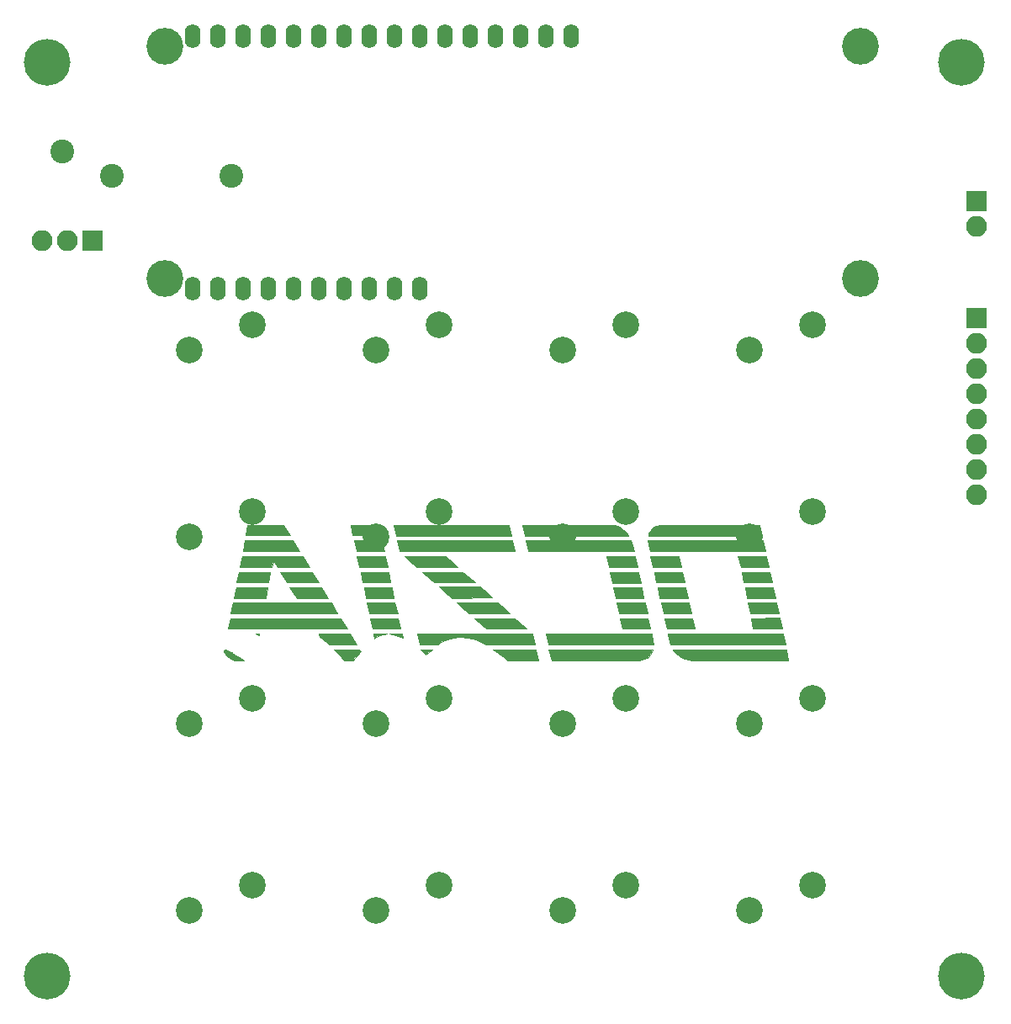
<source format=gbs>
G04 #@! TF.GenerationSoftware,KiCad,Pcbnew,(2017-12-24 revision 570866557)-makepkg*
G04 #@! TF.CreationDate,2017-12-27T22:40:15-07:00*
G04 #@! TF.ProjectId,KeyGridTest1,4B65794772696454657374312E6B6963,rev?*
G04 #@! TF.SameCoordinates,Original*
G04 #@! TF.FileFunction,Soldermask,Bot*
G04 #@! TF.FilePolarity,Negative*
%FSLAX46Y46*%
G04 Gerber Fmt 4.6, Leading zero omitted, Abs format (unit mm)*
G04 Created by KiCad (PCBNEW (2017-12-24 revision 570866557)-makepkg) date 12/27/17 22:40:15*
%MOMM*%
%LPD*%
G01*
G04 APERTURE LIST*
%ADD10O,1.600000X2.400000*%
%ADD11C,3.702000*%
%ADD12C,2.686000*%
%ADD13C,4.700000*%
%ADD14R,2.100000X2.100000*%
%ADD15O,2.100000X2.100000*%
%ADD16C,2.398980*%
%ADD17C,2.400000*%
%ADD18C,0.100000*%
G04 APERTURE END LIST*
D10*
X114655600Y-45364400D03*
X114655600Y-70764400D03*
X117195600Y-45364400D03*
X117195600Y-70764400D03*
X119735600Y-45364400D03*
X119735600Y-70764400D03*
X122275600Y-45364400D03*
X122275600Y-70764400D03*
X124815600Y-45364400D03*
X124815600Y-70764400D03*
X127355600Y-45364400D03*
X127355600Y-70764400D03*
X129895600Y-45364400D03*
X129895600Y-70764400D03*
X132435600Y-45364400D03*
X132435600Y-70764400D03*
X134975600Y-45364400D03*
X134975600Y-70764400D03*
X137515600Y-45364400D03*
X137515600Y-70764400D03*
X140055600Y-45364400D03*
X142595600Y-45364400D03*
X145135600Y-45364400D03*
X147675600Y-45364400D03*
X150215600Y-45364400D03*
X152755600Y-45364400D03*
D11*
X181861600Y-46380400D03*
X181861600Y-69748400D03*
X111861600Y-69748400D03*
X111861600Y-46380400D03*
D12*
X158216600Y-130835400D03*
X151866600Y-133375400D03*
X177012600Y-130835400D03*
X170662600Y-133375400D03*
X120624600Y-130835400D03*
X114274600Y-133375400D03*
X139420600Y-130835400D03*
X133070600Y-133375400D03*
X158216600Y-93243400D03*
X151866600Y-95783400D03*
X158216600Y-112039400D03*
X151866600Y-114579400D03*
X177012600Y-112039400D03*
X170662600Y-114579400D03*
X177012600Y-93243400D03*
X170662600Y-95783400D03*
X139420600Y-112039400D03*
X133070600Y-114579400D03*
X139420600Y-93243400D03*
X133070600Y-95783400D03*
X120624600Y-93243400D03*
X114274600Y-95783400D03*
X120624600Y-112039400D03*
X114274600Y-114579400D03*
X120624600Y-74447400D03*
X114274600Y-76987400D03*
X139420600Y-74447400D03*
X133070600Y-76987400D03*
X158216600Y-74447400D03*
X151866600Y-76987400D03*
X177012600Y-74447400D03*
X170662600Y-76987400D03*
D13*
X192000000Y-48000000D03*
D14*
X104500000Y-66000000D03*
D15*
X101960000Y-66000000D03*
X99420000Y-66000000D03*
D16*
X118500000Y-59500000D03*
D13*
X192000000Y-140000000D03*
X100000000Y-140000000D03*
X100000000Y-48000000D03*
D15*
X193500000Y-91580000D03*
X193500000Y-89040000D03*
X193500000Y-86500000D03*
X193500000Y-83960000D03*
X193500000Y-81420000D03*
X193500000Y-78880000D03*
X193500000Y-76340000D03*
D14*
X193500000Y-73800000D03*
D15*
X193500000Y-64540000D03*
D14*
X193500000Y-62000000D03*
D17*
X101500000Y-57000000D03*
X106500000Y-59500000D03*
D18*
G36*
X124411031Y-95650000D02*
X119912037Y-95650000D01*
X120140298Y-94600000D01*
X123771901Y-94600000D01*
X124411031Y-95650000D01*
X124411031Y-95650000D01*
G37*
X124411031Y-95650000D02*
X119912037Y-95650000D01*
X120140298Y-94600000D01*
X123771901Y-94600000D01*
X124411031Y-95650000D01*
G36*
X125409787Y-97250000D02*
X119659023Y-97250000D01*
X119842357Y-96150000D01*
X124722287Y-96150000D01*
X125409787Y-97250000D01*
X125409787Y-97250000D01*
G37*
X125409787Y-97250000D02*
X119659023Y-97250000D01*
X119842357Y-96150000D01*
X124722287Y-96150000D01*
X125409787Y-97250000D01*
G36*
X126359787Y-98800000D02*
X123126033Y-98800000D01*
X122790962Y-98321327D01*
X122776871Y-98307834D01*
X122758689Y-98300761D01*
X122739185Y-98301184D01*
X122721327Y-98309038D01*
X122707834Y-98323129D01*
X122702109Y-98335633D01*
X122562799Y-98800000D01*
X119361490Y-98800000D01*
X119590657Y-97700000D01*
X125672287Y-97700000D01*
X126359787Y-98800000D01*
X126359787Y-98800000D01*
G37*
X126359787Y-98800000D02*
X123126033Y-98800000D01*
X122790962Y-98321327D01*
X122776871Y-98307834D01*
X122758689Y-98300761D01*
X122739185Y-98301184D01*
X122721327Y-98309038D01*
X122707834Y-98323129D01*
X122702109Y-98335633D01*
X122562799Y-98800000D01*
X119361490Y-98800000D01*
X119590657Y-97700000D01*
X125672287Y-97700000D01*
X126359787Y-98800000D01*
G36*
X122257945Y-100350000D02*
X119059447Y-100350000D01*
X119242055Y-99300000D01*
X122440553Y-99300000D01*
X122257945Y-100350000D01*
X122257945Y-100350000D01*
G37*
X122257945Y-100350000D02*
X119059447Y-100350000D01*
X119242055Y-99300000D01*
X122440553Y-99300000D01*
X122257945Y-100350000D01*
G36*
X127311031Y-100350000D02*
X124078099Y-100350000D01*
X123438969Y-99300000D01*
X126671901Y-99300000D01*
X127311031Y-100350000D01*
X127311031Y-100350000D01*
G37*
X127311031Y-100350000D02*
X124078099Y-100350000D01*
X123438969Y-99300000D01*
X126671901Y-99300000D01*
X127311031Y-100350000D01*
G36*
X128259787Y-101950000D02*
X125077712Y-101950000D01*
X124390212Y-100850000D01*
X127572287Y-100850000D01*
X128259787Y-101950000D01*
X128259787Y-101950000D01*
G37*
X128259787Y-101950000D02*
X125077712Y-101950000D01*
X124390212Y-100850000D01*
X127572287Y-100850000D01*
X128259787Y-101950000D01*
G36*
X121957643Y-101950000D02*
X118761490Y-101950000D01*
X118990657Y-100850000D01*
X122140977Y-100850000D01*
X121957643Y-101950000D01*
X121957643Y-101950000D01*
G37*
X121957643Y-101950000D02*
X118761490Y-101950000D01*
X118990657Y-100850000D01*
X122140977Y-100850000D01*
X121957643Y-101950000D01*
G36*
X129212948Y-103500000D02*
X118461490Y-103500000D01*
X118690657Y-102400000D01*
X128571281Y-102400000D01*
X129212948Y-103500000D01*
X129212948Y-103500000D01*
G37*
X129212948Y-103500000D02*
X118461490Y-103500000D01*
X118690657Y-102400000D01*
X128571281Y-102400000D01*
X129212948Y-103500000D01*
G36*
X130161031Y-105050000D02*
X118162037Y-105050000D01*
X118390298Y-104000000D01*
X129521901Y-104000000D01*
X130161031Y-105050000D01*
X130161031Y-105050000D01*
G37*
X130161031Y-105050000D02*
X118162037Y-105050000D01*
X118390298Y-104000000D01*
X129521901Y-104000000D01*
X130161031Y-105050000D01*
G36*
X121262236Y-105722446D02*
X120946084Y-105550000D01*
X121290977Y-105550000D01*
X121262236Y-105722446D01*
X121262236Y-105722446D01*
G37*
X121262236Y-105722446D02*
X120946084Y-105550000D01*
X121290977Y-105550000D01*
X121262236Y-105722446D01*
G36*
X118529185Y-107345494D02*
X118600000Y-107380902D01*
X118600000Y-107450000D01*
X118603806Y-107469134D01*
X118614645Y-107485355D01*
X118625193Y-107493412D01*
X118974710Y-107693136D01*
X119472067Y-107991550D01*
X119750000Y-108200000D01*
X118761803Y-108200000D01*
X118375149Y-108006673D01*
X118085360Y-107813480D01*
X117842965Y-107474128D01*
X117752393Y-107292984D01*
X117790990Y-107100000D01*
X117939999Y-107100000D01*
X118529185Y-107345494D01*
X118529185Y-107345494D01*
G37*
X118529185Y-107345494D02*
X118600000Y-107380902D01*
X118600000Y-107450000D01*
X118603806Y-107469134D01*
X118614645Y-107485355D01*
X118625193Y-107493412D01*
X118974710Y-107693136D01*
X119472067Y-107991550D01*
X119750000Y-108200000D01*
X118761803Y-108200000D01*
X118375149Y-108006673D01*
X118085360Y-107813480D01*
X117842965Y-107474128D01*
X117752393Y-107292984D01*
X117790990Y-107100000D01*
X117939999Y-107100000D01*
X118529185Y-107345494D01*
G36*
X131111031Y-106600000D02*
X128320710Y-106600000D01*
X128085355Y-106364645D01*
X128080697Y-106360532D01*
X127630697Y-106010532D01*
X127630000Y-106010000D01*
X127439442Y-105867082D01*
X127280901Y-105550000D01*
X130471901Y-105550000D01*
X131111031Y-106600000D01*
X131111031Y-106600000D01*
G37*
X131111031Y-106600000D02*
X128320710Y-106600000D01*
X128085355Y-106364645D01*
X128080697Y-106360532D01*
X127630697Y-106010532D01*
X127630000Y-106010000D01*
X127439442Y-105867082D01*
X127280901Y-105550000D01*
X130471901Y-105550000D01*
X131111031Y-106600000D01*
G36*
X131539093Y-107295671D02*
X130912815Y-108066475D01*
X130779290Y-108200000D01*
X129870710Y-108200000D01*
X129786721Y-108116011D01*
X129487963Y-107767460D01*
X129485355Y-107764645D01*
X129036961Y-107316251D01*
X128856752Y-107100000D01*
X131421690Y-107100000D01*
X131539093Y-107295671D01*
X131539093Y-107295671D01*
G37*
X131539093Y-107295671D02*
X130912815Y-108066475D01*
X130779290Y-108200000D01*
X129870710Y-108200000D01*
X129786721Y-108116011D01*
X129487963Y-107767460D01*
X129485355Y-107764645D01*
X129036961Y-107316251D01*
X128856752Y-107100000D01*
X131421690Y-107100000D01*
X131539093Y-107295671D01*
G36*
X133537963Y-95650000D02*
X130740298Y-95650000D01*
X130512037Y-94600000D01*
X133309702Y-94600000D01*
X133537963Y-95650000D01*
X133537963Y-95650000D01*
G37*
X133537963Y-95650000D02*
X130740298Y-95650000D01*
X130512037Y-94600000D01*
X133309702Y-94600000D01*
X133537963Y-95650000D01*
G36*
X133885961Y-97250000D02*
X131090657Y-97250000D01*
X130861490Y-96150000D01*
X133610961Y-96150000D01*
X133885961Y-97250000D01*
X133885961Y-97250000D01*
G37*
X133885961Y-97250000D02*
X131090657Y-97250000D01*
X130861490Y-96150000D01*
X133610961Y-96150000D01*
X133885961Y-97250000D01*
G36*
X134237963Y-98800000D02*
X131390298Y-98800000D01*
X131162037Y-97750000D01*
X134009702Y-97750000D01*
X134237963Y-98800000D01*
X134237963Y-98800000D01*
G37*
X134237963Y-98800000D02*
X131390298Y-98800000D01*
X131162037Y-97750000D01*
X134009702Y-97750000D01*
X134237963Y-98800000D01*
G36*
X134537963Y-100350000D02*
X131740298Y-100350000D01*
X131512037Y-99300000D01*
X134309702Y-99300000D01*
X134537963Y-100350000D01*
X134537963Y-100350000D01*
G37*
X134537963Y-100350000D02*
X131740298Y-100350000D01*
X131512037Y-99300000D01*
X134309702Y-99300000D01*
X134537963Y-100350000D01*
G36*
X134888510Y-101950000D02*
X132090657Y-101950000D01*
X131861490Y-100850000D01*
X134659343Y-100850000D01*
X134888510Y-101950000D01*
X134888510Y-101950000D01*
G37*
X134888510Y-101950000D02*
X132090657Y-101950000D01*
X131861490Y-100850000D01*
X134659343Y-100850000D01*
X134888510Y-101950000D01*
G36*
X135235961Y-103500000D02*
X132390657Y-103500000D01*
X132161490Y-102400000D01*
X134960961Y-102400000D01*
X135235961Y-103500000D01*
X135235961Y-103500000D01*
G37*
X135235961Y-103500000D02*
X132390657Y-103500000D01*
X132161490Y-102400000D01*
X134960961Y-102400000D01*
X135235961Y-103500000D01*
G36*
X135537963Y-105050000D02*
X132740298Y-105050000D01*
X132512037Y-104000000D01*
X135309702Y-104000000D01*
X135537963Y-105050000D01*
X135537963Y-105050000D01*
G37*
X135537963Y-105050000D02*
X132740298Y-105050000D01*
X132512037Y-104000000D01*
X135309702Y-104000000D01*
X135537963Y-105050000D01*
G36*
X135772338Y-105955269D02*
X135768570Y-105953576D01*
X135518570Y-105853576D01*
X135515811Y-105852566D01*
X134765811Y-105602566D01*
X134758220Y-105600680D01*
X134458220Y-105550680D01*
X134450000Y-105550000D01*
X135661810Y-105550000D01*
X135772338Y-105955269D01*
X135772338Y-105955269D01*
G37*
X135772338Y-105955269D02*
X135768570Y-105953576D01*
X135518570Y-105853576D01*
X135515811Y-105852566D01*
X134765811Y-105602566D01*
X134758220Y-105600680D01*
X134458220Y-105550680D01*
X134450000Y-105550000D01*
X135661810Y-105550000D01*
X135772338Y-105955269D01*
G36*
X133792929Y-105600503D02*
X133784189Y-105602566D01*
X133484189Y-105702566D01*
X133477639Y-105705279D01*
X133277639Y-105805279D01*
X133274275Y-105807125D01*
X133024275Y-105957125D01*
X133014645Y-105964645D01*
X132928435Y-106050855D01*
X132812853Y-105550000D01*
X134150000Y-105550000D01*
X134142929Y-105550503D01*
X133792929Y-105600503D01*
X133792929Y-105600503D01*
G37*
X133792929Y-105600503D02*
X133784189Y-105602566D01*
X133484189Y-105702566D01*
X133477639Y-105705279D01*
X133277639Y-105805279D01*
X133274275Y-105807125D01*
X133024275Y-105957125D01*
X133014645Y-105964645D01*
X132928435Y-106050855D01*
X132812853Y-105550000D01*
X134150000Y-105550000D01*
X134142929Y-105550503D01*
X133792929Y-105600503D01*
G36*
X138102435Y-107631725D02*
X137570710Y-107100000D01*
X138715964Y-107100000D01*
X138102435Y-107631725D01*
X138102435Y-107631725D01*
G37*
X138102435Y-107631725D02*
X137570710Y-107100000D01*
X138715964Y-107100000D01*
X138102435Y-107631725D01*
G36*
X149038510Y-106650000D02*
X144163850Y-106650000D01*
X143925725Y-106507125D01*
X143922361Y-106505279D01*
X143522361Y-106305279D01*
X143517556Y-106303184D01*
X143117556Y-106153184D01*
X143113736Y-106151924D01*
X142763736Y-106051924D01*
X142760847Y-106051191D01*
X142310847Y-105951191D01*
X142303835Y-105950147D01*
X141653835Y-105900147D01*
X141650000Y-105900000D01*
X141350000Y-105900000D01*
X141343798Y-105900386D01*
X140943798Y-105950386D01*
X140939153Y-105951191D01*
X140489153Y-106051191D01*
X140484189Y-106052566D01*
X140034189Y-106202566D01*
X140027639Y-106205279D01*
X139627639Y-106405279D01*
X139622265Y-106408397D01*
X139334861Y-106600000D01*
X137440298Y-106600000D01*
X137212037Y-105550000D01*
X148809343Y-105550000D01*
X149038510Y-106650000D01*
X149038510Y-106650000D01*
G37*
X149038510Y-106650000D02*
X144163850Y-106650000D01*
X143925725Y-106507125D01*
X143922361Y-106505279D01*
X143522361Y-106305279D01*
X143517556Y-106303184D01*
X143117556Y-106153184D01*
X143113736Y-106151924D01*
X142763736Y-106051924D01*
X142760847Y-106051191D01*
X142310847Y-105951191D01*
X142303835Y-105950147D01*
X141653835Y-105900147D01*
X141650000Y-105900000D01*
X141350000Y-105900000D01*
X141343798Y-105900386D01*
X140943798Y-105950386D01*
X140939153Y-105951191D01*
X140489153Y-106051191D01*
X140484189Y-106052566D01*
X140034189Y-106202566D01*
X140027639Y-106205279D01*
X139627639Y-106405279D01*
X139622265Y-106408397D01*
X139334861Y-106600000D01*
X137440298Y-106600000D01*
X137212037Y-105550000D01*
X148809343Y-105550000D01*
X149038510Y-106650000D01*
G36*
X149388510Y-108200000D02*
X146268497Y-108200000D01*
X145932540Y-107912037D01*
X145929409Y-107909563D01*
X145379409Y-107509563D01*
X145379062Y-107509313D01*
X144806024Y-107100000D01*
X149159343Y-107100000D01*
X149388510Y-108200000D01*
X149388510Y-108200000D01*
G37*
X149388510Y-108200000D02*
X146268497Y-108200000D01*
X145932540Y-107912037D01*
X145929409Y-107909563D01*
X145379409Y-107509563D01*
X145379062Y-107509313D01*
X144806024Y-107100000D01*
X149159343Y-107100000D01*
X149388510Y-108200000D01*
G36*
X148268014Y-105050000D02*
X144168942Y-105050000D01*
X142981986Y-104000000D01*
X147081058Y-104000000D01*
X148268014Y-105050000D01*
X148268014Y-105050000D01*
G37*
X148268014Y-105050000D02*
X144168942Y-105050000D01*
X142981986Y-104000000D01*
X147081058Y-104000000D01*
X148268014Y-105050000D01*
G36*
X146522118Y-103500000D02*
X142419549Y-103500000D01*
X141227882Y-102400000D01*
X145330451Y-102400000D01*
X146522118Y-103500000D01*
X146522118Y-103500000D01*
G37*
X146522118Y-103500000D02*
X142419549Y-103500000D01*
X141227882Y-102400000D01*
X145330451Y-102400000D01*
X146522118Y-103500000D01*
G36*
X144770204Y-101901523D02*
X140669343Y-101949769D01*
X139427593Y-100800000D01*
X143530991Y-100800000D01*
X144770204Y-101901523D01*
X144770204Y-101901523D01*
G37*
X144770204Y-101901523D02*
X140669343Y-101949769D01*
X139427593Y-100800000D01*
X143530991Y-100800000D01*
X144770204Y-101901523D01*
G36*
X143064200Y-100350000D02*
X138918942Y-100350000D01*
X137731986Y-99300000D01*
X141831591Y-99300000D01*
X143064200Y-100350000D01*
X143064200Y-100350000D01*
G37*
X143064200Y-100350000D02*
X138918942Y-100350000D01*
X137731986Y-99300000D01*
X141831591Y-99300000D01*
X143064200Y-100350000D01*
G36*
X141272118Y-98800000D02*
X137169549Y-98800000D01*
X135977882Y-97700000D01*
X140080451Y-97700000D01*
X141272118Y-98800000D01*
X141272118Y-98800000D01*
G37*
X141272118Y-98800000D02*
X137169549Y-98800000D01*
X135977882Y-97700000D01*
X140080451Y-97700000D01*
X141272118Y-98800000D01*
G36*
X147038510Y-97250000D02*
X135440657Y-97250000D01*
X135211490Y-96150000D01*
X146809343Y-96150000D01*
X147038510Y-97250000D01*
X147038510Y-97250000D01*
G37*
X147038510Y-97250000D02*
X135440657Y-97250000D01*
X135211490Y-96150000D01*
X146809343Y-96150000D01*
X147038510Y-97250000D01*
G36*
X146735961Y-95700000D02*
X135090657Y-95700000D01*
X134861490Y-94600000D01*
X146460961Y-94600000D01*
X146735961Y-95700000D01*
X146735961Y-95700000D01*
G37*
X146735961Y-95700000D02*
X135090657Y-95700000D01*
X134861490Y-94600000D01*
X146460961Y-94600000D01*
X146735961Y-95700000D01*
G36*
X157330446Y-94696414D02*
X157674710Y-94893136D01*
X157922067Y-95041550D01*
X158115328Y-95186496D01*
X158359876Y-95479953D01*
X158506574Y-95700000D01*
X148089039Y-95700000D01*
X147814039Y-94600000D01*
X156992998Y-94600000D01*
X157330446Y-94696414D01*
X157330446Y-94696414D01*
G37*
X157330446Y-94696414D02*
X157674710Y-94893136D01*
X157922067Y-95041550D01*
X158115328Y-95186496D01*
X158359876Y-95479953D01*
X158506574Y-95700000D01*
X148089039Y-95700000D01*
X147814039Y-94600000D01*
X156992998Y-94600000D01*
X157330446Y-94696414D01*
G36*
X158851569Y-96363551D02*
X158900680Y-96658220D01*
X158901280Y-96661243D01*
X159037147Y-97250000D01*
X148390657Y-97250000D01*
X148161490Y-96150000D01*
X158766148Y-96150000D01*
X158851569Y-96363551D01*
X158851569Y-96363551D01*
G37*
X158851569Y-96363551D02*
X158900680Y-96658220D01*
X158901280Y-96661243D01*
X159037147Y-97250000D01*
X148390657Y-97250000D01*
X148161490Y-96150000D01*
X158766148Y-96150000D01*
X158851569Y-96363551D01*
G36*
X159388510Y-98800000D02*
X156540298Y-98800000D01*
X156311811Y-97748960D01*
X159159488Y-97700694D01*
X159388510Y-98800000D01*
X159388510Y-98800000D01*
G37*
X159388510Y-98800000D02*
X156540298Y-98800000D01*
X156311811Y-97748960D01*
X159159488Y-97700694D01*
X159388510Y-98800000D01*
G36*
X159735961Y-100400000D02*
X156889039Y-100400000D01*
X156614039Y-99300000D01*
X159460961Y-99300000D01*
X159735961Y-100400000D01*
X159735961Y-100400000D01*
G37*
X159735961Y-100400000D02*
X156889039Y-100400000D01*
X156614039Y-99300000D01*
X159460961Y-99300000D01*
X159735961Y-100400000D01*
G36*
X160038510Y-101950000D02*
X157190657Y-101950000D01*
X156961490Y-100850000D01*
X159809343Y-100850000D01*
X160038510Y-101950000D01*
X160038510Y-101950000D01*
G37*
X160038510Y-101950000D02*
X157190657Y-101950000D01*
X156961490Y-100850000D01*
X159809343Y-100850000D01*
X160038510Y-101950000D01*
G36*
X160388510Y-103500000D02*
X157540657Y-103500000D01*
X157311490Y-102400000D01*
X160159343Y-102400000D01*
X160388510Y-103500000D01*
X160388510Y-103500000D01*
G37*
X160388510Y-103500000D02*
X157540657Y-103500000D01*
X157311490Y-102400000D01*
X160159343Y-102400000D01*
X160388510Y-103500000D01*
G36*
X160687963Y-105050000D02*
X157840298Y-105050000D01*
X157612037Y-104000000D01*
X160459702Y-104000000D01*
X160687963Y-105050000D01*
X160687963Y-105050000D01*
G37*
X160687963Y-105050000D02*
X157840298Y-105050000D01*
X157612037Y-104000000D01*
X160459702Y-104000000D01*
X160687963Y-105050000D01*
G36*
X160950612Y-106258013D02*
X160993361Y-106600000D01*
X150390298Y-106600000D01*
X150162037Y-105550000D01*
X160809010Y-105550000D01*
X160950612Y-106258013D01*
X160950612Y-106258013D01*
G37*
X160950612Y-106258013D02*
X160993361Y-106600000D01*
X150390298Y-106600000D01*
X150162037Y-105550000D01*
X160809010Y-105550000D01*
X160950612Y-106258013D01*
G36*
X160853201Y-107381796D02*
X160708907Y-107670383D01*
X160517160Y-107862130D01*
X160325291Y-108006031D01*
X160085691Y-108101872D01*
X159841547Y-108150701D01*
X159496450Y-108200000D01*
X150739039Y-108200000D01*
X150464039Y-107100000D01*
X160933714Y-107100000D01*
X160853201Y-107381796D01*
X160853201Y-107381796D01*
G37*
X160853201Y-107381796D02*
X160708907Y-107670383D01*
X160517160Y-107862130D01*
X160325291Y-108006031D01*
X160085691Y-108101872D01*
X159841547Y-108150701D01*
X159496450Y-108200000D01*
X150739039Y-108200000D01*
X150464039Y-107100000D01*
X160933714Y-107100000D01*
X160853201Y-107381796D01*
G36*
X171938510Y-95700000D02*
X160469371Y-95700000D01*
X160546966Y-95467215D01*
X160644491Y-95223404D01*
X160738859Y-95081851D01*
X160882840Y-94937870D01*
X161076394Y-94792705D01*
X161267451Y-94697176D01*
X161656155Y-94600000D01*
X171709343Y-94600000D01*
X171938510Y-95700000D01*
X171938510Y-95700000D01*
G37*
X171938510Y-95700000D02*
X160469371Y-95700000D01*
X160546966Y-95467215D01*
X160644491Y-95223404D01*
X160738859Y-95081851D01*
X160882840Y-94937870D01*
X161076394Y-94792705D01*
X161267451Y-94697176D01*
X161656155Y-94600000D01*
X171709343Y-94600000D01*
X171938510Y-95700000D01*
G36*
X172285961Y-97250000D02*
X160640990Y-97250000D01*
X160499454Y-96542320D01*
X160455863Y-96150000D01*
X172010961Y-96150000D01*
X172285961Y-97250000D01*
X172285961Y-97250000D01*
G37*
X172285961Y-97250000D02*
X160640990Y-97250000D01*
X160499454Y-96542320D01*
X160455863Y-96150000D01*
X172010961Y-96150000D01*
X172285961Y-97250000D01*
G36*
X172588510Y-98800000D02*
X169788630Y-98800000D01*
X169514434Y-97748915D01*
X172359488Y-97700694D01*
X172588510Y-98800000D01*
X172588510Y-98800000D01*
G37*
X172588510Y-98800000D02*
X169788630Y-98800000D01*
X169514434Y-97748915D01*
X172359488Y-97700694D01*
X172588510Y-98800000D01*
G36*
X172937963Y-100350000D02*
X170090298Y-100350000D01*
X169862037Y-99300000D01*
X172709702Y-99300000D01*
X172937963Y-100350000D01*
X172937963Y-100350000D01*
G37*
X172937963Y-100350000D02*
X170090298Y-100350000D01*
X169862037Y-99300000D01*
X172709702Y-99300000D01*
X172937963Y-100350000D01*
G36*
X173288510Y-101950000D02*
X170440657Y-101950000D01*
X170211490Y-100850000D01*
X173059343Y-100850000D01*
X173288510Y-101950000D01*
X173288510Y-101950000D01*
G37*
X173288510Y-101950000D02*
X170440657Y-101950000D01*
X170211490Y-100850000D01*
X173059343Y-100850000D01*
X173288510Y-101950000D01*
G36*
X173588510Y-103500000D02*
X170740657Y-103500000D01*
X170511490Y-102400000D01*
X173359343Y-102400000D01*
X173588510Y-103500000D01*
X173588510Y-103500000D01*
G37*
X173588510Y-103500000D02*
X170740657Y-103500000D01*
X170511490Y-102400000D01*
X173359343Y-102400000D01*
X173588510Y-103500000D01*
G36*
X173938510Y-105050000D02*
X171042055Y-105050000D01*
X170859273Y-103999003D01*
X173709488Y-103950694D01*
X173938510Y-105050000D01*
X173938510Y-105050000D01*
G37*
X173938510Y-105050000D02*
X171042055Y-105050000D01*
X170859273Y-103999003D01*
X173709488Y-103950694D01*
X173938510Y-105050000D01*
G36*
X174287963Y-106600000D02*
X162686929Y-106600000D01*
X162498533Y-105987714D01*
X162410990Y-105550000D01*
X174059702Y-105550000D01*
X174287963Y-106600000D01*
X174287963Y-106600000D01*
G37*
X174287963Y-106600000D02*
X162686929Y-106600000D01*
X162498533Y-105987714D01*
X162410990Y-105550000D01*
X174059702Y-105550000D01*
X174287963Y-106600000D01*
G36*
X174588510Y-108200000D02*
X164952495Y-108200000D01*
X164460521Y-108150803D01*
X163872166Y-107954684D01*
X163579535Y-107759597D01*
X163333395Y-107562685D01*
X163039710Y-107269000D01*
X162938310Y-107100000D01*
X174359343Y-107100000D01*
X174588510Y-108200000D01*
X174588510Y-108200000D01*
G37*
X174588510Y-108200000D02*
X164952495Y-108200000D01*
X164460521Y-108150803D01*
X163872166Y-107954684D01*
X163579535Y-107759597D01*
X163333395Y-107562685D01*
X163039710Y-107269000D01*
X162938310Y-107100000D01*
X174359343Y-107100000D01*
X174588510Y-108200000D01*
G36*
X165137604Y-105001068D02*
X162340146Y-105049300D01*
X162112037Y-104000000D01*
X164910088Y-104000000D01*
X165137604Y-105001068D01*
X165137604Y-105001068D01*
G37*
X165137604Y-105001068D02*
X162340146Y-105049300D01*
X162112037Y-104000000D01*
X164910088Y-104000000D01*
X165137604Y-105001068D01*
G36*
X164788510Y-103500000D02*
X161990657Y-103500000D01*
X161761490Y-102400000D01*
X164559343Y-102400000D01*
X164788510Y-103500000D01*
X164788510Y-103500000D01*
G37*
X164788510Y-103500000D02*
X161990657Y-103500000D01*
X161761490Y-102400000D01*
X164559343Y-102400000D01*
X164788510Y-103500000D01*
G36*
X164488510Y-101950000D02*
X161640657Y-101950000D01*
X161411490Y-100850000D01*
X164259343Y-100850000D01*
X164488510Y-101950000D01*
X164488510Y-101950000D01*
G37*
X164488510Y-101950000D02*
X161640657Y-101950000D01*
X161411490Y-100850000D01*
X164259343Y-100850000D01*
X164488510Y-101950000D01*
G36*
X164137963Y-100350000D02*
X161290298Y-100350000D01*
X161062037Y-99300000D01*
X163909702Y-99300000D01*
X164137963Y-100350000D01*
X164137963Y-100350000D01*
G37*
X164137963Y-100350000D02*
X161290298Y-100350000D01*
X161062037Y-99300000D01*
X163909702Y-99300000D01*
X164137963Y-100350000D01*
G36*
X163787963Y-98800000D02*
X160940298Y-98800000D01*
X160712037Y-97750000D01*
X163559702Y-97750000D01*
X163787963Y-98800000D01*
X163787963Y-98800000D01*
G37*
X163787963Y-98800000D02*
X160940298Y-98800000D01*
X160712037Y-97750000D01*
X163559702Y-97750000D01*
X163787963Y-98800000D01*
M02*

</source>
